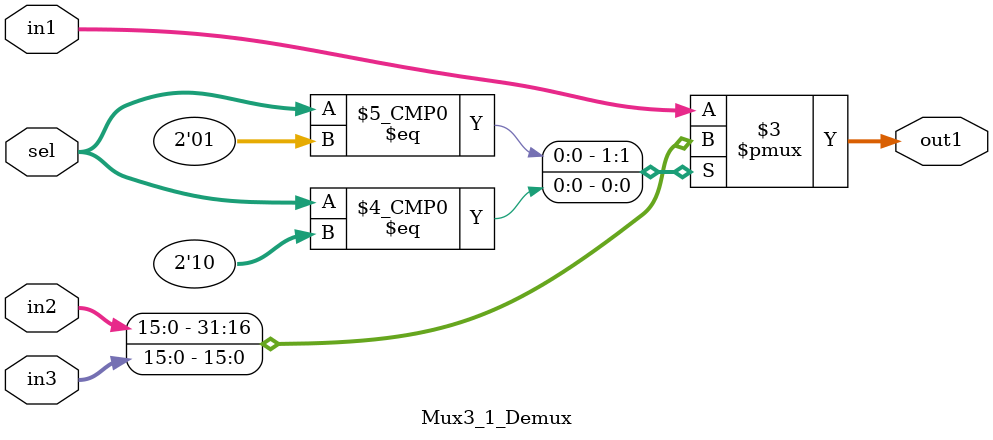
<source format=v>
`timescale 1ns / 1ps


module Mux3_1_Demux #(parameter n=16)
(
    output 	reg	[n-1:0] 			out1,
    input 	 		[n-1:0] 			in1,
    input  			[n-1:0] 			in2,
    input  			[n-1:0] 			in3,
    input  			[1:0] 			sel
    );

always@(*)
begin 
  case(sel)
   2'b00:out1<=in1;
	2'b01:out1<=in2;
	2'b10:out1<=in3;
	default:out1<=in1;
  endcase
end

endmodule

</source>
